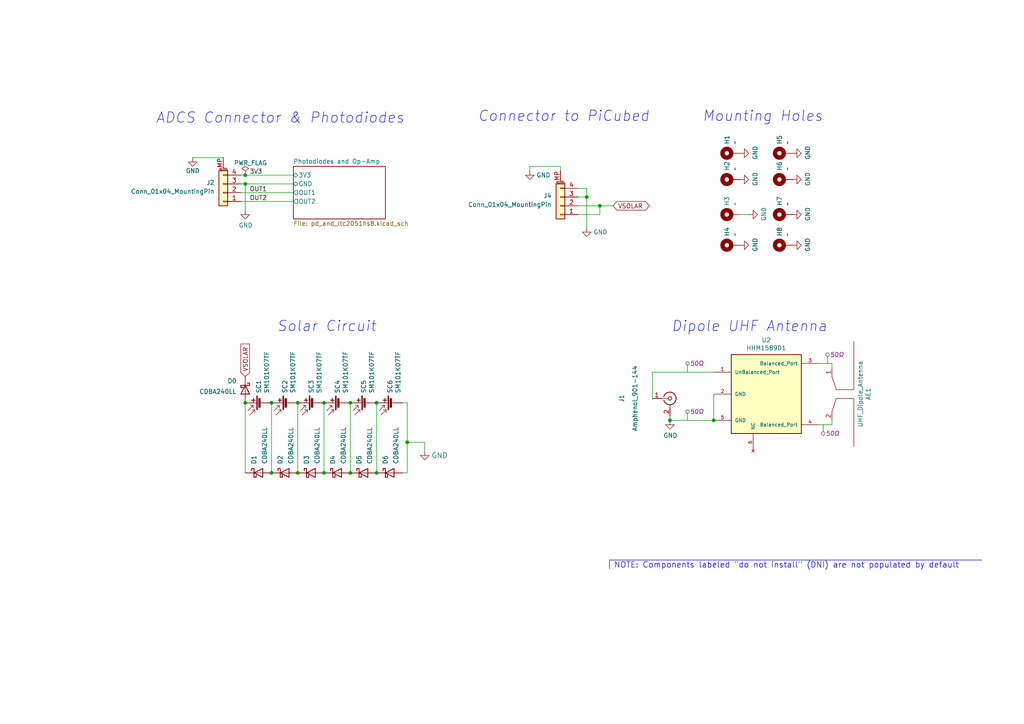
<source format=kicad_sch>
(kicad_sch (version 20250114) (generator "eeschema") (generator_version "9.0")
  (paper "A4")
  (title_block (title "Z+ Panel") (date "2025-04-07") (rev "2.3") (company "Stanford Student Space Initiative") (comment 1 "Kaitlyn Letherer"))
  (lib_symbols
    (symbol "Connector:Conn_Coaxial" (pin_names (offset 1.016) (hide yes))
      (property "Reference" "J" (at 0.254 3.048 0))
      (property "Value" "Conn_Coaxial" (at 2.921 0 90))
      (symbol "Conn_Coaxial_0_1"
        (polyline (pts (xy -2.54 0) (xy -0.508 0)))
        (arc (start 1.778 0) (mid 0.222 -1.8079) (end -1.778 -0.508) (stroke (width 0.254)))
        (arc (start -1.778 0.508) (mid 0.2221 1.8084) (end 1.778 0) (stroke (width 0.254)))
        (circle (center 0 0) (radius 0.508) (stroke (width 0.2032)))
        (polyline (pts (xy 0 -2.54) (xy 0 -1.778)))
      )
      (symbol "Conn_Coaxial_1_1"
        (pin passive line (at -5.08 0 0) (length 2.54) (name "In") (number "1"))
        (pin passive line (at 0 -5.08 90) (length 2.54) (name "Ext") (number "2"))
      )
    )
    (symbol "Connector_Generic_MountingPin:Conn_01x04_MountingPin" (pin_names (offset 1.016) (hide yes))
      (property "Reference" "J" (at 0 5.08 0))
      (property "Value" "Conn_01x04_MountingPin" (at 1.27 -7.62 0))
      (symbol "Conn_01x04_MountingPin_1_1"
        (rectangle (start -1.27 3.81) (end 1.27 -6.35) (stroke (width 0.254)) (fill (type background)))
        (rectangle (start -1.27 2.667) (end 0 2.413) (stroke (width 0.1524)))
        (rectangle (start -1.27 0.127) (end 0 -0.127) (stroke (width 0.1524)))
        (rectangle (start -1.27 -2.413) (end 0 -2.667) (stroke (width 0.1524)))
        (rectangle (start -1.27 -4.953) (end 0 -5.207) (stroke (width 0.1524)))
        (polyline (pts (xy -1.016 -7.112) (xy 1.016 -7.112)) (stroke (width 0.1524)))
        (text "Mounting" (at 0 -6.731 0) (effects (font (size 0.381 0.381))))
        (pin passive line (at -5.08 2.54 0) (length 3.81) (name "Pin_1") (number "1"))
        (pin passive line (at -5.08 0 0) (length 3.81) (name "Pin_2") (number "2"))
        (pin passive line (at -5.08 -2.54 0) (length 3.81) (name "Pin_3") (number "3"))
        (pin passive line (at -5.08 -5.08 0) (length 3.81) (name "Pin_4") (number "4"))
        (pin passive line (at 0 -10.16 90) (length 3.048) (name "MountPin") (number "MP"))
      )
    )
    (symbol "Mechanical:MountingHole_Pad" (pin_numbers (hide yes)) (pin_names (offset 1.016) (hide yes)) (exclude_from_sim yes) (in_bom no)
      (property "Reference" "H" (at 0 6.35 0))
      (property "Value" "MountingHole_Pad" (at 0 4.445 0))
      (symbol "MountingHole_Pad_0_1"
        (circle (center 0 1.27) (radius 1.27) (stroke (width 1.27)))
      )
      (symbol "MountingHole_Pad_1_1"
        (pin input line (at 0 -2.54 90) (length 2.54) (name "1") (number "1"))
      )
    )
    (symbol "power:GND" (power) (pin_numbers (hide yes)) (pin_names (offset 0) (hide yes))
      (property "Value" "GND" (at 0 -3.81 0))
      (symbol "GND_0_1"
        (polyline (pts (xy 0 0) (xy 0 -1.27) (xy 1.27 -1.27) (xy 0 -2.54) (xy -1.27 -1.27) (xy 0 -1.27)))
      )
      (symbol "GND_1_1"
        (pin power_in line (at 0 0 270) (length 0) (name "~") (number "1"))
      )
    )
    (symbol "power:PWR_FLAG" (power) (pin_numbers (hide yes)) (pin_names (offset 0) (hide yes))
      (property "Value" "PWR_FLAG" (at 0 3.81 0))
      (symbol "PWR_FLAG_0_0"
        (pin power_out line (at 0 0 90) (length 0) (name "~") (number "1"))
      )
      (symbol "PWR_FLAG_0_1"
        (polyline (pts (xy 0 0) (xy 0 1.27) (xy -1.016 1.905) (xy 0 2.54) (xy 1.016 1.905) (xy 0 1.27)))
      )
    )
    (symbol "ssi_IC:HHM1589D1" (pin_names (offset 1.016))
      (property "Reference" "U2" (at 0 1.7018 0))
      (property "Value" "HHM1589D1" (at 0 -0.6096 0))
      (symbol "HHM1589D1_1_1"
        (rectangle (start -10.16 -25.4) (end 10.16 -2.54) (stroke (width 0.254)) (fill (type background)))
        (pin bidirectional line (at -15.24 -7.62 0) (length 5.08) (name "UnBalanced_Port") (number "1"))
        (pin power_in line (at -15.24 -13.97 0) (length 5.08) (name "GND") (number "2"))
        (pin power_in line (at -15.24 -21.59 0) (length 5.08) (name "GND") (number "5"))
        (pin no_connect line (at -3.81 -30.48 90) (length 5.08) (name "NC") (number "6"))
        (pin bidirectional line (at 15.24 -5.08 180) (length 5.08) (name "Balanced_Port") (number "3"))
        (pin bidirectional line (at 15.24 -22.86 180) (length 5.08) (name "Balanced_Port") (number "4"))
      )
    )
    (symbol "ssi_antenna:UHF_Dipole_Antenna" (pin_names (offset 1.016))
      (property "Reference" "AE1" (at 0 5.461 0))
      (property "Value" "UHF_Dipole_Antenna" (at 0 3.1496 0))
      (symbol "UHF_Dipole_Antenna_0_1"
        (polyline (pts (xy -15.24 1.27) (xy -1.27 1.27) (xy -1.27 -3.81) (xy -5.08 -5.08)))
        (polyline (pts (xy 1.27 -3.81) (xy 5.08 -5.08)))
        (polyline (pts (xy 1.27 -3.81) (xy 1.27 1.27) (xy 11.43 1.27)))
        (polyline (pts (xy 11.43 1.27) (xy 13.97 1.27)))
        (polyline (pts (xy 13.97 1.27) (xy 15.24 1.27)))
      )
      (symbol "UHF_Dipole_Antenna_1_1"
        (pin passive line (at -7.62 -5.08 0) (length 2.54) (name "~") (number "1"))
        (pin passive line (at 7.62 -5.08 180) (length 2.54) (name "~") (number "2"))
      )
    )
    (symbol "ssi_diode:CDBA240LL-HF" (pin_numbers (hide yes)) (pin_names (offset 1.016) (hide yes))
      (property "Reference" "D" (at 0 2.54 0))
      (property "Value" "CDBA240LL-HF" (at 0 -2.54 0))
      (symbol "CDBA240LL-HF_0_1"
        (polyline (pts (xy -1.905 0.635) (xy -1.905 1.27) (xy -1.27 1.27) (xy -1.27 -1.27) (xy -0.635 -1.27) (xy -0.635 -0.635)) (stroke (width 0.254)))
        (polyline (pts (xy 1.27 1.27) (xy 1.27 -1.27) (xy -1.27 0) (xy 1.27 1.27)) (stroke (width 0.254)))
        (polyline (pts (xy 1.27 0) (xy -1.27 0)))
      )
      (symbol "CDBA240LL-HF_1_1"
        (pin passive line (at -3.81 0 0) (length 2.54) (name "K") (number "1"))
        (pin passive line (at 3.81 0 180) (length 2.54) (name "A") (number "2"))
      )
    )
    (symbol "ssi_solarcell:SM101K07TF" (pin_numbers (hide yes)) (pin_names (offset 0) (hide yes))
      (property "Reference" "SC" (at 2.54 2.54 0))
      (property "Value" "SM101K07TF" (at 2.54 0 0))
      (symbol "SM101K07TF_0_1"
        (polyline (pts (xy -2.032 3.048) (xy -2.032 2.286) (xy -2.794 2.286)))
        (polyline (pts (xy -2.032 2.286) (xy -3.556 3.81)))
        (rectangle (start -2.032 1.778) (end 2.032 1.524) (fill (type outline)))
        (rectangle (start -1.3208 1.1938) (end 1.27 0.6858) (fill (type outline)))
        (polyline (pts (xy -0.762 3.556) (xy -0.762 2.794) (xy -1.524 2.794)))
        (polyline (pts (xy -0.762 2.794) (xy -2.286 4.318)))
        (polyline (pts (xy 0 1.778) (xy 0 2.54)))
        (polyline (pts (xy 0 0.762) (xy 0 0)))
        (polyline (pts (xy 0.254 2.667) (xy 1.27 2.667)) (stroke (width 0.254)))
        (polyline (pts (xy 0.762 3.175) (xy 0.762 2.159)) (stroke (width 0.254)))
      )
      (symbol "SM101K07TF_1_1"
        (pin passive line (at 0 5.08 270) (length 2.54) (name "+") (number "1"))
        (pin passive line (at 0 -2.54 90) (length 2.54) (name "-") (number "2"))
      )
    )
  )
  (text "ADCS Connector & Photodiodes" (at 117.348 36.068 0) (effects (font (size 3 3) (italic yes)) (justify right bottom)))
  (text "NOTE: Components labeled \"do not install\" (DNI) are not populated by default" (at 178.054 164.973 0) (effects (font (size 1.651 1.651)) (justify left bottom)))
  (text "Solar Circuit" (at 109.22 96.52 0) (effects (font (size 3 3) (italic yes)) (justify right bottom)))
  (text "Connector to PiCubed" (at 188.468 35.56 0) (effects (font (size 3 3) (italic yes)) (justify right bottom)))
  (text "Dipole UHF Antenna" (at 240.03 96.52 0) (effects (font (size 3 3) (italic yes)) (justify right bottom)))
  (text "Mounting Holes" (at 238.76 35.56 0) (effects (font (size 3 3) (italic yes)) (justify right bottom)))
  (junction (at 173.99 59.69))
  (junction (at 78.74 116.84))
  (junction (at 86.36 137.16))
  (junction (at 93.98 137.16))
  (junction (at 71.12 50.8))
  (junction (at 93.98 116.84))
  (junction (at 194.31 121.92))
  (junction (at 78.74 137.16))
  (junction (at 86.36 116.84))
  (junction (at 207.01 121.92))
  (junction (at 170.18 57.15))
  (junction (at 71.12 116.84))
  (junction (at 101.6 137.16))
  (junction (at 109.22 116.84))
  (junction (at 101.6 116.84))
  (junction (at 109.22 137.16))
  (junction (at 71.12 53.34))
  (junction (at 118.11 128.27))
  (wire (pts (xy 194.31 120.65) (xy 194.31 121.92)))
  (wire (pts (xy 170.18 66.04) (xy 170.18 57.15)))
  (wire (pts (xy 173.99 59.69) (xy 177.8 59.69)))
  (wire (pts (xy 118.11 128.27) (xy 118.11 137.16)))
  (wire (pts (xy 214.63 62.23) (xy 217.17 62.23)))
  (wire (pts (xy 116.84 116.84) (xy 118.11 116.84)))
  (wire (pts (xy 153.67 49.53) (xy 153.67 48.26)))
  (wire (pts (xy 116.84 137.16) (xy 118.11 137.16)))
  (wire (pts (xy 71.12 116.84) (xy 71.12 137.16)))
  (wire (pts (xy 241.3 123.19) (xy 241.3 121.92)))
  (polyline (pts (xy 176.784 162.433) (xy 284.734 162.433)))
  (wire (pts (xy 173.99 59.69) (xy 173.99 62.23)))
  (wire (pts (xy 123.19 128.27) (xy 123.19 130.81)))
  (wire (pts (xy 241.3 105.41) (xy 241.3 106.68)))
  (wire (pts (xy 71.12 53.34) (xy 85.09 53.34)))
  (wire (pts (xy 71.12 50.8) (xy 69.85 50.8)))
  (wire (pts (xy 167.64 59.69) (xy 173.99 59.69)))
  (wire (pts (xy 109.22 116.84) (xy 109.22 137.16)))
  (wire (pts (xy 207.01 121.92) (xy 207.01 114.3)))
  (wire (pts (xy 237.49 123.19) (xy 241.3 123.19)))
  (wire (pts (xy 69.85 58.42) (xy 85.09 58.42)))
  (wire (pts (xy 93.98 116.84) (xy 93.98 137.16)))
  (wire (pts (xy 86.36 116.84) (xy 86.36 137.16)))
  (wire (pts (xy 69.85 55.88) (xy 85.09 55.88)))
  (wire (pts (xy 237.49 105.41) (xy 241.3 105.41)))
  (wire (pts (xy 167.64 62.23) (xy 173.99 62.23)))
  (wire (pts (xy 153.67 48.26) (xy 162.56 48.26)))
  (wire (pts (xy 78.74 116.84) (xy 78.74 137.16)))
  (wire (pts (xy 170.18 54.61) (xy 170.18 57.15)))
  (wire (pts (xy 55.88 45.72) (xy 64.77 45.72)))
  (wire (pts (xy 194.31 121.92) (xy 207.01 121.92)))
  (wire (pts (xy 118.11 128.27) (xy 118.11 116.84)))
  (wire (pts (xy 162.56 48.26) (xy 162.56 49.53)))
  (wire (pts (xy 71.12 53.34) (xy 71.12 60.96)))
  (wire (pts (xy 167.64 54.61) (xy 170.18 54.61)))
  (wire (pts (xy 207.01 107.95) (xy 189.23 107.95)))
  (wire (pts (xy 189.23 115.57) (xy 189.23 107.95)))
  (wire (pts (xy 170.18 57.15) (xy 167.64 57.15)))
  (wire (pts (xy 118.11 128.27) (xy 123.19 128.27)))
  (wire (pts (xy 101.6 116.84) (xy 101.6 137.16)))
  (polyline (pts (xy 176.784 164.973) (xy 176.784 162.433)))
  (wire (pts (xy 69.85 53.34) (xy 71.12 53.34)))
  (wire (pts (xy 71.12 50.8) (xy 85.09 50.8)))
  (label "OUT1" (at 72.39 55.88 0))
  (label "OUT2" (at 72.39 58.42 0))
  (label "3V3" (at 72.39 50.8 0))
  (global_label "VSOLAR" (shape input) (at 71.12 109.22 90) (property "Intersheetrefs" "${INTERSHEET_REFS}" (effects (hide yes))))
  (global_label "VSOLAR" (shape bidirectional) (at 177.8 59.69 0) (property "Intersheetrefs" "${INTERSHEET_REFS}" (effects (hide yes))))
  (netclass_flag "" (length 2.54) (shape round) (at 199.39 107.95 0) (property "Netclass" "50Ω" (at 200.0885 105.41 0) (effects (font (italic yes)) (justify left))))
  (netclass_flag "" (length 2.54) (shape round) (at 199.39 121.92 0) (property "Netclass" "50Ω" (at 200.0885 119.38 0) (effects (font (italic yes)) (justify left))))
  (netclass_flag "" (length 2.54) (shape round) (at 240.03 105.41 0) (property "Netclass" "50Ω" (at 240.7285 102.87 0) (effects (font (italic yes)) (justify left))))
  (netclass_flag "" (length 2.54) (shape round) (at 238.76 123.19 180) (property "Netclass" "50Ω" (at 239.4585 125.73 0) (effects (font (italic yes)) (justify left))))
  (symbol (lib_id "Mechanical:MountingHole_Pad") (at 212.09 52.07 90) (unit 1) (exclude_from_sim yes) (in_bom no)
    (property "Reference" "H2" (at 210.8454 49.53 0) (effects (justify left)))
    (property "Value" "~" (at 213.1568 49.53 0) (effects (justify left)))
    (property "Footprint" "MountingHole:MountingHole_2.2mm_M2_DIN965_Pad_TopBottom" (effects (hide yes)))
  )
  (symbol (lib_id "ssi_solarcell:SM101K07TF") (at 91.44 116.84 90) (unit 1)
    (property "Reference" "SC3" (at 90.2716 114.0968 0) (effects (justify left)))
    (property "Value" "SM101K07TF" (at 92.583 114.0968 0) (effects (justify left)))
    (property "Footprint" "ssi_solarcell:SM101K07TF" (effects (hide yes)))
    (property "Description" "Single solar cell" (effects (hide yes)))
  )
  (symbol (lib_id "ssi_diode:CDBA240LL-HF") (at 71.12 113.03 270) (unit 1)
    (property "Reference" "D0" (at 67.31 110.49 90))
    (property "Value" "CDBA240LL" (at 68.58 114.3 90) (effects (justify right bottom)))
    (property "Footprint" "ssi_diode:DO-214AC" (effects (hide yes)))
    (property "Description" "Schottky diode" (effects (hide yes)))
  )
  (symbol (lib_id "ssi_solarcell:SM101K07TF") (at 99.06 116.84 90) (unit 1)
    (property "Reference" "SC4" (at 97.8916 114.0968 0) (effects (justify left)))
    (property "Value" "SM101K07TF" (at 100.203 114.0968 0) (effects (justify left)))
    (property "Footprint" "ssi_solarcell:SM101K07TF" (effects (hide yes)))
    (property "Description" "Single solar cell" (effects (hide yes)))
  )
  (symbol (lib_id "power:GND") (at 55.88 45.72 0) (unit 1)
    (property "Reference" "#PWR018" (effects (hide yes)))
    (property "Value" "GND" (at 53.848 49.53 0) (effects (justify left)))
  )
  (symbol (lib_id "Connector_Generic_MountingPin:Conn_01x04_MountingPin") (at 162.56 59.69 180) (unit 1)
    (property "Reference" "J4" (at 160.02 56.7944 0) (effects (justify left)))
    (property "Value" "Conn_01x04_MountingPin" (at 160.02 59.3344 0) (effects (justify left)))
    (property "Footprint" "ssi_connector:Molex_205338-0004" (effects (hide yes)))
  )
  (symbol (lib_id "Connector_Generic_MountingPin:Conn_01x04_MountingPin") (at 64.77 55.88 180) (unit 1)
    (property "Reference" "J2" (at 62.23 52.9844 0) (effects (justify left)))
    (property "Value" "Conn_01x04_MountingPin" (at 62.23 55.5244 0) (effects (justify left)))
    (property "Footprint" "ssi_connector:Molex_5055670431" (effects (hide yes)))
  )
  (symbol (lib_id "Mechanical:MountingHole_Pad") (at 212.09 44.45 90) (unit 1) (exclude_from_sim yes) (in_bom no)
    (property "Reference" "H1" (at 210.8454 41.91 0) (effects (justify left)))
    (property "Value" "~" (at 213.1568 41.91 0) (effects (justify left)))
    (property "Footprint" "MountingHole:MountingHole_2.2mm_M2_DIN965_Pad_TopBottom" (effects (hide yes)))
  )
  (symbol (lib_id "power:GND") (at 214.63 52.07 90) (unit 1)
    (property "Reference" "#PWR06" (effects (hide yes)))
    (property "Value" "GND" (at 219.0242 51.943 0))
  )
  (symbol (lib_id "power:GND") (at 229.87 71.12 90) (unit 1)
    (property "Reference" "#PWR012" (effects (hide yes)))
    (property "Value" "GND" (at 234.2642 70.993 0))
  )
  (symbol (lib_id "ssi_diode:CDBA240LL-HF") (at 82.55 137.16 0) (unit 1)
    (property "Reference" "D2" (at 81.28 133.35 90))
    (property "Value" "CDBA240LL" (at 85.09 123.825 90) (effects (justify right bottom)))
    (property "Footprint" "ssi_diode:DO-214AC" (effects (hide yes)))
    (property "Description" "Schottky diode" (effects (hide yes)))
  )
  (symbol (lib_id "Mechanical:MountingHole_Pad") (at 227.33 71.12 90) (unit 1) (exclude_from_sim yes) (in_bom no)
    (property "Reference" "H8" (at 226.0854 68.58 0) (effects (justify left)))
    (property "Value" "~" (at 228.3968 68.58 0) (effects (justify left)))
    (property "Footprint" "MountingHole:MountingHole_2.2mm_M2_DIN965_Pad_TopBottom" (effects (hide yes)))
  )
  (symbol (lib_id "power:PWR_FLAG") (at 71.12 50.8 0) (unit 1)
    (property "Reference" "#FLG04" (effects (hide yes)))
    (property "Value" "PWR_FLAG" (at 67.818 47.244 0) (effects (justify left)))
  )
  (symbol (lib_id "Mechanical:MountingHole_Pad") (at 227.33 44.45 90) (unit 1) (exclude_from_sim yes) (in_bom no)
    (property "Reference" "H5" (at 226.0854 41.91 0) (effects (justify left)))
    (property "Value" "~" (at 228.3968 41.91 0) (effects (justify left)))
    (property "Footprint" "MountingHole:MountingHole_2.2mm_M2_DIN965_Pad_TopBottom" (effects (hide yes)))
  )
  (symbol (lib_id "ssi_diode:CDBA240LL-HF") (at 113.03 137.16 0) (unit 1)
    (property "Reference" "D6" (at 111.76 133.35 90))
    (property "Value" "CDBA240LL" (at 115.57 123.825 90) (effects (justify right bottom)))
    (property "Footprint" "ssi_diode:DO-214AC" (effects (hide yes)))
    (property "Description" "Schottky diode" (effects (hide yes)))
  )
  (symbol (lib_id "power:GND") (at 214.63 71.12 90) (unit 1)
    (property "Reference" "#PWR07" (effects (hide yes)))
    (property "Value" "GND" (at 219.0242 70.993 0))
  )
  (symbol (lib_id "power:GND") (at 229.87 44.45 90) (unit 1)
    (property "Reference" "#PWR09" (effects (hide yes)))
    (property "Value" "GND" (at 234.2642 44.323 0))
  )
  (symbol (lib_id "power:GND") (at 194.31 121.92 0) (unit 1)
    (property "Reference" "#PWR04" (effects (hide yes)))
    (property "Value" "GND" (at 194.437 126.3142 0))
  )
  (symbol (lib_id "power:GND") (at 123.19 130.81 0) (unit 1)
    (property "Reference" "#GND01" (effects (hide yes)))
    (property "Value" "GND" (at 125.095 132.08 0) (effects (font (size 1.4986 1.4986)) (justify left)))
    (property "Description" "Power symbol creates a global label with name \"GND\" , ground" (effects (hide yes)))
  )
  (symbol (lib_id "power:GND") (at 170.18 66.04 0) (unit 1)
    (property "Reference" "#PWR015" (effects (hide yes)))
    (property "Value" "GND" (at 172.085 67.31 0) (effects (justify left)))
  )
  (symbol (lib_id "power:GND") (at 71.12 60.96 0) (unit 1)
    (property "Reference" "#PWR037" (effects (hide yes)))
    (property "Value" "GND" (at 71.247 65.3542 0))
  )
  (symbol (lib_id "Mechanical:MountingHole_Pad") (at 227.33 62.23 90) (unit 1) (exclude_from_sim yes) (in_bom no)
    (property "Reference" "H7" (at 226.0854 59.69 0) (effects (justify left)))
    (property "Value" "~" (at 228.3968 59.69 0) (effects (justify left)))
    (property "Footprint" "MountingHole:MountingHole_2.2mm_M2_DIN965_Pad_TopBottom" (effects (hide yes)))
  )
  (symbol (lib_id "ssi_solarcell:SM101K07TF") (at 76.2 116.84 90) (unit 1)
    (property "Reference" "SC1" (at 75.0316 114.0968 0) (effects (justify left)))
    (property "Value" "SM101K07TF" (at 77.343 114.0968 0) (effects (justify left)))
    (property "Footprint" "ssi_solarcell:SM101K07TF" (effects (hide yes)))
    (property "Description" "Single solar cell" (effects (hide yes)))
  )
  (symbol (lib_id "power:GND") (at 214.63 44.45 90) (unit 1)
    (property "Reference" "#PWR05" (effects (hide yes)))
    (property "Value" "GND" (at 219.0242 44.323 0))
  )
  (symbol (lib_id "ssi_solarcell:SM101K07TF") (at 83.82 116.84 90) (unit 1)
    (property "Reference" "SC2" (at 82.6516 114.0968 0) (effects (justify left)))
    (property "Value" "SM101K07TF" (at 84.963 114.0968 0) (effects (justify left)))
    (property "Footprint" "ssi_solarcell:SM101K07TF" (effects (hide yes)))
    (property "Description" "Single solar cell" (effects (hide yes)))
  )
  (symbol (lib_id "ssi_diode:CDBA240LL-HF") (at 97.79 137.16 0) (unit 1)
    (property "Reference" "D4" (at 96.52 133.35 90))
    (property "Value" "CDBA240LL" (at 100.33 123.825 90) (effects (justify right bottom)))
    (property "Footprint" "ssi_diode:DO-214AC" (effects (hide yes)))
    (property "Description" "Schottky diode" (effects (hide yes)))
  )
  (symbol (lib_id "Mechanical:MountingHole_Pad") (at 212.09 71.12 90) (unit 1) (exclude_from_sim yes) (in_bom no)
    (property "Reference" "H4" (at 210.8454 68.58 0) (effects (justify left)))
    (property "Value" "~" (at 213.1568 68.58 0) (effects (justify left)))
    (property "Footprint" "MountingHole:MountingHole_2.2mm_M2_DIN965_Pad_TopBottom" (effects (hide yes)))
  )
  (symbol (lib_id "Connector:Conn_Coaxial") (at 194.31 115.57 0) (unit 1)
    (property "Reference" "J1" (at 180.34 115.57 90))
    (property "Value" "Amphenol_901-144" (at 184.15 115.57 90))
    (property "Footprint" "ssi_connector:SMA_Amphenol_901-144_horizontal" (effects (hide yes)))
  )
  (symbol (lib_id "power:GND") (at 153.67 49.53 0) (unit 1)
    (property "Reference" "#PWR017" (effects (hide yes)))
    (property "Value" "GND" (at 155.575 50.8 0) (effects (justify left)))
  )
  (symbol (lib_id "ssi_solarcell:SM101K07TF") (at 106.68 116.84 90) (unit 1)
    (property "Reference" "SC5" (at 105.5116 114.0968 0) (effects (justify left)))
    (property "Value" "SM101K07TF" (at 107.823 114.0968 0) (effects (justify left)))
    (property "Footprint" "ssi_solarcell:SM101K07TF" (effects (hide yes)))
    (property "Description" "Single solar cell" (effects (hide yes)))
  )
  (symbol (lib_id "ssi_solarcell:SM101K07TF") (at 114.3 116.84 90) (unit 1)
    (property "Reference" "SC6" (at 113.1316 114.0968 0) (effects (justify left)))
    (property "Value" "SM101K07TF" (at 115.443 114.0968 0) (effects (justify left)))
    (property "Footprint" "ssi_solarcell:SM101K07TF" (effects (hide yes)))
    (property "Description" "Single solar cell" (effects (hide yes)))
  )
  (symbol (lib_id "power:GND") (at 217.17 62.23 90) (unit 1)
    (property "Reference" "#PWR08" (effects (hide yes)))
    (property "Value" "GND" (at 221.5642 62.103 0))
  )
  (symbol (lib_id "ssi_antenna:UHF_Dipole_Antenna") (at 246.38 114.3 270) (unit 1)
    (property "Reference" "AE1" (at 251.841 114.3 0))
    (property "Value" "UHF_Dipole_Antenna" (at 249.5296 114.3 0))
    (property "Footprint" "ssi_antenna:UHF_Dipole_Antenna_Mount" (effects (hide yes)))
  )
  (symbol (lib_id "ssi_diode:CDBA240LL-HF") (at 74.93 137.16 0) (unit 1)
    (property "Reference" "D1" (at 73.66 133.35 90))
    (property "Value" "CDBA240LL" (at 77.47 123.825 90) (effects (justify right bottom)))
    (property "Footprint" "ssi_diode:DO-214AC" (effects (hide yes)))
    (property "Description" "Schottky diode" (effects (hide yes)))
  )
  (symbol (lib_id "Mechanical:MountingHole_Pad") (at 227.33 52.07 90) (unit 1) (exclude_from_sim yes) (in_bom no)
    (property "Reference" "H6" (at 226.0854 49.53 0) (effects (justify left)))
    (property "Value" "~" (at 228.3968 49.53 0) (effects (justify left)))
    (property "Footprint" "MountingHole:MountingHole_2.2mm_M2_DIN965_Pad_TopBottom" (effects (hide yes)))
  )
  (symbol (lib_id "Mechanical:MountingHole_Pad") (at 212.09 62.23 90) (unit 1) (exclude_from_sim yes) (in_bom no)
    (property "Reference" "H3" (at 210.8454 59.69 0) (effects (justify left)))
    (property "Value" "~" (at 213.1568 59.69 0) (effects (justify left)))
    (property "Footprint" "MountingHole:MountingHole_2.2mm_M2_DIN965_Pad_TopBottom" (effects (hide yes)))
  )
  (symbol (lib_id "ssi_IC:HHM1589D1") (at 222.25 100.33 0) (unit 1)
    (property "Reference" "U2" (at 222.25 98.6282 0))
    (property "Value" "HHM1589D1" (at 222.25 100.9396 0))
    (property "Footprint" "ssi_IC:HHM1589D1" (effects (hide yes)))
    (property "Datasheet" "https://product.tdk.com/en/system/files?file=dam/doc/product/rf/rf/balun/catalog/rf_balun_hhm1589d1_en.pdf" (effects (hide yes)))
  )
  (symbol (lib_id "power:GND") (at 229.87 62.23 90) (unit 1)
    (property "Reference" "#PWR011" (effects (hide yes)))
    (property "Value" "GND" (at 234.2642 62.103 0))
  )
  (symbol (lib_id "ssi_diode:CDBA240LL-HF") (at 90.17 137.16 0) (unit 1)
    (property "Reference" "D3" (at 88.9 133.35 90))
    (property "Value" "CDBA240LL" (at 92.71 123.825 90) (effects (justify right bottom)))
    (property "Footprint" "ssi_diode:DO-214AC" (effects (hide yes)))
    (property "Description" "Schottky diode" (effects (hide yes)))
  )
  (symbol (lib_id "power:GND") (at 229.87 52.07 90) (unit 1)
    (property "Reference" "#PWR010" (effects (hide yes)))
    (property "Value" "GND" (at 234.2642 51.943 0))
  )
  (symbol (lib_id "ssi_diode:CDBA240LL-HF") (at 105.41 137.16 0) (unit 1)
    (property "Reference" "D5" (at 104.14 133.35 90))
    (property "Value" "CDBA240LL" (at 107.95 123.825 90) (effects (justify right bottom)))
    (property "Footprint" "ssi_diode:DO-214AC" (effects (hide yes)))
    (property "Description" "Schottky diode" (effects (hide yes)))
  )
  (sheet (at 85.09 48.26) (size 26.67 15.24) (stroke (width 0.1524))
    (property "Sheetname" "Photodiodes and Op-Amp" (at 85.09 47.5484 0) (effects (justify left bottom)))
    (property "Sheetfile" "pd_and_ltc2051hs8.kicad_sch" (at 85.09 64.0846 0) (effects (justify left top)))
    (pin "3V3" bidirectional (at 85.09 50.8 180))
    (pin "GND" bidirectional (at 85.09 53.34 180))
    (pin "OUT1" output (at 85.09 55.88 180))
    (pin "OUT2" output (at 85.09 58.42 180))
  )
)
</source>
